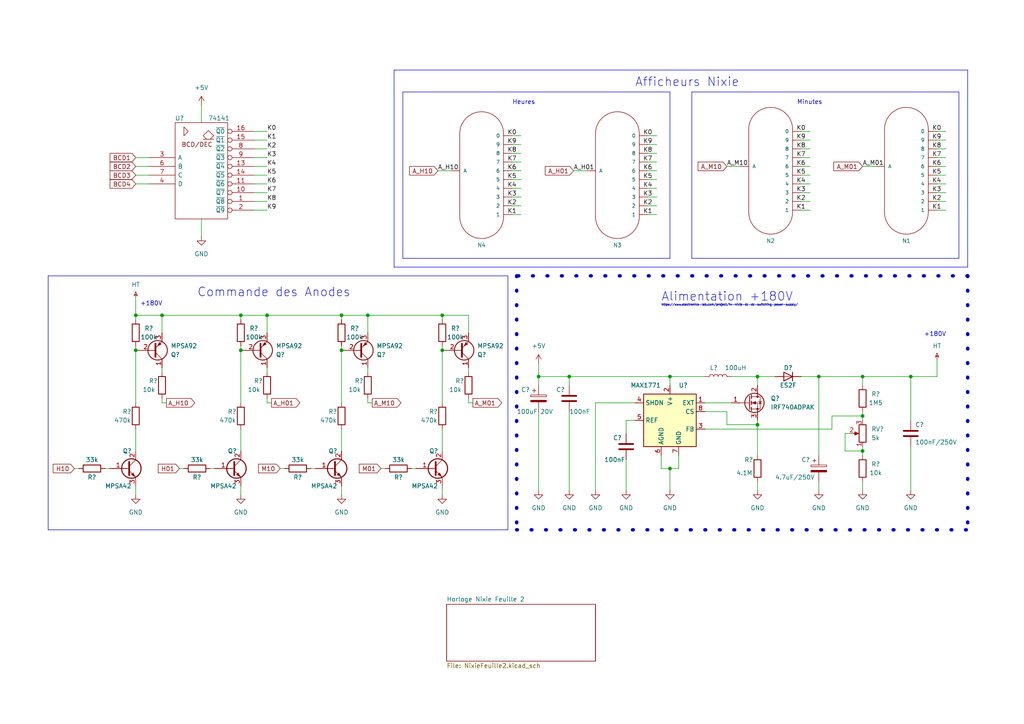
<source format=kicad_sch>
(kicad_sch (version 20230121) (generator eeschema)
  (paper "A4")
  (title_block (title "Horloge Nixie") (date "2023/07/01") (rev "0.1") (company "Laurent Claude"))
  (lib_symbols
    (symbol "74xx_IEEE:74141" (pin_names (offset 0.762))
      (property "Reference" "U" (at 0 0 0))
      (property "Value" "74141" (at 7.62 -15.24 0))
      (symbol "74141_0_0"
        (polyline (pts (xy 3.556 9.144) (xy 3.048 9.144) (xy 3.048 9.144)))
        (polyline (pts (xy -5.08 12.7) (xy -5.08 10.16) (xy -3.81 11.43) (xy -5.08 12.7) (xy -5.08 12.7)))
        (polyline (pts (xy 2.54 9.144) (xy 3.556 10.16) (xy 2.032 11.684) (xy 0.508 10.16) (xy 1.524 9.144) (xy 0.508 9.144) (xy 3.556 9.144)))
        (text "BCD/DEC" (at -1.27 7.62 0) (effects (font (size 1.27 1.27))))
        (pin power_in line (at 0 -13.97 90) (length 0) hide (name "GND") (number "12"))
        (pin power_in line (at 0 13.97 270) (length 0) hide (name "VCC") (number "5"))
      )
      (symbol "74141_0_1"
        (rectangle (start -7.62 13.97) (end 7.62 -13.97))
      )
      (symbol "74141_1_1"
        (pin open_collector inverted (at 15.24 -8.89 180) (length 7.62) (name "~{Q8}") (number "1"))
        (pin open_collector inverted (at 15.24 -6.35 180) (length 7.62) (name "~{Q7}") (number "10"))
        (pin open_collector inverted (at 15.24 -3.81 180) (length 7.62) (name "~{Q6}") (number "11"))
        (pin open_collector inverted (at 15.24 1.27 180) (length 7.62) (name "~{Q4}") (number "13"))
        (pin open_collector inverted (at 15.24 -1.27 180) (length 7.62) (name "~{Q5}") (number "14"))
        (pin open_collector inverted (at 15.24 8.89 180) (length 7.62) (name "~{Q1}") (number "15"))
        (pin open_collector inverted (at 15.24 11.43 180) (length 7.62) (name "~{Q0}") (number "16"))
        (pin open_collector inverted (at 15.24 -11.43 180) (length 7.62) (name "~{Q9}") (number "2"))
        (pin input line (at -15.24 3.81 0) (length 7.62) (name "A") (number "3"))
        (pin input line (at -15.24 -3.81 0) (length 7.62) (name "D") (number "4"))
        (pin input line (at -15.24 1.27 0) (length 7.62) (name "B") (number "6"))
        (pin input line (at -15.24 -1.27 0) (length 7.62) (name "C") (number "7"))
        (pin open_collector inverted (at 15.24 6.35 180) (length 7.62) (name "~{Q2}") (number "8"))
        (pin open_collector inverted (at 15.24 3.81 180) (length 7.62) (name "~{Q3}") (number "9"))
      )
    )
    (symbol "Device:C" (pin_numbers hide) (pin_names (offset 0.254))
      (property "Reference" "C" (at 0.635 2.54 0))
      (property "Value" "C" (at 0.635 -2.54 0))
      (symbol "C_0_1"
        (polyline (pts (xy -2.032 -0.762) (xy 2.032 -0.762)) (stroke (width 0.508)))
        (polyline (pts (xy -2.032 0.762) (xy 2.032 0.762)) (stroke (width 0.508)))
      )
      (symbol "C_1_1"
        (pin passive line (at 0 3.81 270) (length 2.794) (name "~") (number "1"))
        (pin passive line (at 0 -3.81 90) (length 2.794) (name "~") (number "2"))
      )
    )
    (symbol "Device:C_Polarized" (pin_numbers hide) (pin_names (offset 0.254))
      (property "Reference" "C" (at 0.635 2.54 0))
      (property "Value" "C_Polarized" (at 0.635 -2.54 0))
      (symbol "C_Polarized_0_1"
        (rectangle (start -2.286 0.508) (end 2.286 1.016))
        (polyline (pts (xy -1.778 2.286) (xy -0.762 2.286)))
        (polyline (pts (xy -1.27 2.794) (xy -1.27 1.778)))
        (rectangle (start 2.286 -0.508) (end -2.286 -1.016) (fill (type outline)))
      )
      (symbol "C_Polarized_1_1"
        (pin passive line (at 0 3.81 270) (length 2.794) (name "~") (number "1"))
        (pin passive line (at 0 -3.81 90) (length 2.794) (name "~") (number "2"))
      )
    )
    (symbol "Device:D" (pin_numbers hide) (pin_names (offset 1.016) hide)
      (property "Reference" "D" (at 0 2.54 0))
      (property "Value" "D" (at 0 -2.54 0))
      (symbol "D_0_1"
        (polyline (pts (xy -1.27 1.27) (xy -1.27 -1.27)) (stroke (width 0.254)))
        (polyline (pts (xy 1.27 0) (xy -1.27 0)))
        (polyline (pts (xy 1.27 1.27) (xy 1.27 -1.27) (xy -1.27 0) (xy 1.27 1.27)) (stroke (width 0.254)))
      )
      (symbol "D_1_1"
        (pin passive line (at -3.81 0 0) (length 2.54) (name "K") (number "1"))
        (pin passive line (at 3.81 0 180) (length 2.54) (name "A") (number "2"))
      )
    )
    (symbol "Device:L" (pin_numbers hide) (pin_names (offset 1.016) hide)
      (property "Reference" "L" (at -1.27 0 90))
      (property "Value" "L" (at 1.905 0 90))
      (symbol "L_0_1"
        (arc (start 0 -2.54) (mid 0.6323 -1.905) (end 0 -1.27))
        (arc (start 0 -1.27) (mid 0.6323 -0.635) (end 0 0))
        (arc (start 0 0) (mid 0.6323 0.635) (end 0 1.27))
        (arc (start 0 1.27) (mid 0.6323 1.905) (end 0 2.54))
      )
      (symbol "L_1_1"
        (pin passive line (at 0 3.81 270) (length 1.27) (name "1") (number "1"))
        (pin passive line (at 0 -3.81 90) (length 1.27) (name "2") (number "2"))
      )
    )
    (symbol "Device:R" (pin_numbers hide) (pin_names (offset 0))
      (property "Reference" "R" (at 2.032 0 90))
      (property "Value" "R" (at 0 0 90))
      (symbol "R_0_1"
        (rectangle (start -1.016 -2.54) (end 1.016 2.54) (stroke (width 0.254)))
      )
      (symbol "R_1_1"
        (pin passive line (at 0 3.81 270) (length 1.27) (name "~") (number "1"))
        (pin passive line (at 0 -3.81 90) (length 1.27) (name "~") (number "2"))
      )
    )
    (symbol "Device:R_Potentiometer" (pin_names (offset 1.016) hide)
      (property "Reference" "RV" (at -4.445 0 90))
      (property "Value" "R_Potentiometer" (at -2.54 0 90))
      (symbol "R_Potentiometer_0_1"
        (polyline (pts (xy 2.54 0) (xy 1.524 0)))
        (polyline (pts (xy 1.143 0) (xy 2.286 0.508) (xy 2.286 -0.508) (xy 1.143 0)) (fill (type outline)))
        (rectangle (start 1.016 2.54) (end -1.016 -2.54) (stroke (width 0.254)))
      )
      (symbol "R_Potentiometer_1_1"
        (pin passive line (at 0 3.81 270) (length 1.27) (name "1") (number "1"))
        (pin passive line (at 3.81 0 180) (length 1.27) (name "2") (number "2"))
        (pin passive line (at 0 -3.81 90) (length 1.27) (name "3") (number "3"))
      )
    )
    (symbol "Nixie:IN-1" (pin_numbers hide) (pin_names (offset 1.016))
      (property "Reference" "N" (at -5.715 20.955 0))
      (symbol "IN-1_1_0"
        (polyline (pts (xy -7.62 -10.795) (xy -7.62 13.335)))
        (polyline (pts (xy 5.08 -10.795) (xy 5.08 13.335)))
      )
      (symbol "IN-1_1_1"
        (arc (start -7.62 -10.795) (mid -1.27 -17.1174) (end 5.08 -10.795))
        (arc (start 5.08 13.335) (mid -1.27 19.6574) (end -7.62 13.335))
        (pin bidirectional line (at -10.16 -10.16 0) (length 2.54) (name "0") (number "0"))
        (pin bidirectional line (at -10.16 12.7 0) (length 2.54) (name "1") (number "1"))
        (pin bidirectional line (at -10.16 10.16 0) (length 2.54) (name "2") (number "2"))
        (pin bidirectional line (at -10.16 7.62 0) (length 2.54) (name "3") (number "3"))
        (pin bidirectional line (at -10.16 5.08 0) (length 2.54) (name "4") (number "4"))
        (pin bidirectional line (at -10.16 2.54 0) (length 2.54) (name "5") (number "5"))
        (pin bidirectional line (at -10.16 0 0) (length 2.54) (name "6") (number "6"))
        (pin bidirectional line (at -10.16 -2.54 0) (length 2.54) (name "7") (number "7"))
        (pin bidirectional line (at -10.16 -5.08 0) (length 2.54) (name "8") (number "8"))
        (pin bidirectional line (at -10.16 -7.62 0) (length 2.54) (name "9") (number "9"))
        (pin bidirectional line (at 7.62 0 180) (length 2.54) (name "A") (number "A"))
      )
    )
    (symbol "Regulator_Switching:MAX1771xSA"
      (property "Reference" "U" (at -3.81 10.16 0))
      (property "Value" "MAX1771xSA" (at 6.35 10.16 0))
      (symbol "MAX1771xSA_0_1"
        (rectangle (start -7.62 7.62) (end 7.62 -7.62) (stroke (width 0.254)) (fill (type background)))
      )
      (symbol "MAX1771xSA_1_1"
        (pin output line (at 10.16 5.08 180) (length 2.54) (name "EXT") (number "1"))
        (pin power_in line (at 0 10.16 270) (length 2.54) (name "V+") (number "2"))
        (pin input line (at 10.16 -2.54 180) (length 2.54) (name "FB") (number "3"))
        (pin input line (at -10.16 5.08 0) (length 2.54) (name "SHDN") (number "4"))
        (pin passive line (at -10.16 0 0) (length 2.54) (name "REF") (number "5"))
        (pin power_in line (at -2.54 -10.16 90) (length 2.54) (name "AGND") (number "6"))
        (pin power_in line (at 2.54 -10.16 90) (length 2.54) (name "GND") (number "7"))
        (pin input line (at 10.16 2.54 180) (length 2.54) (name "CS") (number "8"))
      )
    )
    (symbol "Transistor_BJT:BC557" (pin_names (offset 0) hide)
      (property "Reference" "Q" (at 5.08 1.905 0))
      (property "Value" "BC557" (at 5.08 0 0))
      (symbol "BC557_0_1"
        (polyline (pts (xy 0.635 0.635) (xy 2.54 2.54)))
        (polyline (pts (xy 0.635 -0.635) (xy 2.54 -2.54) (xy 2.54 -2.54)))
        (polyline (pts (xy 0.635 1.905) (xy 0.635 -1.905) (xy 0.635 -1.905)) (stroke (width 0.508)))
        (polyline (pts (xy 2.286 -1.778) (xy 1.778 -2.286) (xy 1.27 -1.27) (xy 2.286 -1.778) (xy 2.286 -1.778)) (fill (type outline)))
        (circle (center 1.27 0) (radius 2.8194) (stroke (width 0.254)))
      )
      (symbol "BC557_1_1"
        (pin passive line (at 2.54 5.08 270) (length 2.54) (name "C") (number "1"))
        (pin input line (at -5.08 0 0) (length 5.715) (name "B") (number "2"))
        (pin passive line (at 2.54 -5.08 90) (length 2.54) (name "E") (number "3"))
      )
    )
    (symbol "Transistor_BJT:MJE13007G" (pin_names (offset 0) hide)
      (property "Reference" "Q" (at 6.35 1.905 0))
      (property "Value" "MJE13007G" (at 6.35 0 0))
      (symbol "MJE13007G_0_1"
        (polyline (pts (xy 0 0) (xy 0.635 0)))
        (polyline (pts (xy 2.54 2.54) (xy 0.635 0.635)))
        (polyline (pts (xy 0.635 1.905) (xy 0.635 -1.905) (xy 0.635 -1.905)) (stroke (width 0.508)))
        (polyline (pts (xy 2.286 -2.286) (xy 1.778 -1.778) (xy 1.778 -1.778)))
        (polyline (pts (xy 2.54 -2.54) (xy 0.635 -0.635) (xy 1.27 -1.27)) (fill (type outline)))
        (polyline (pts (xy 1.27 -1.778) (xy 1.778 -1.27) (xy 2.286 -2.286) (xy 1.27 -1.778) (xy 1.27 -1.778)) (fill (type outline)))
        (circle (center 1.27 0) (radius 2.8194) (stroke (width 0.3048)))
      )
      (symbol "MJE13007G_1_1"
        (pin input line (at -5.08 0 0) (length 5.08) (name "B") (number "1"))
        (pin passive line (at 2.54 5.08 270) (length 2.54) (name "C") (number "2"))
        (pin passive line (at 2.54 -5.08 90) (length 2.54) (name "E") (number "3"))
      )
    )
    (symbol "Transistor_FET:IRF740" (pin_names hide)
      (property "Reference" "Q" (at 6.35 1.905 0))
      (property "Value" "IRF740" (at 6.35 0 0))
      (symbol "IRF740_0_1"
        (polyline (pts (xy 0.254 0) (xy -2.54 0)))
        (polyline (pts (xy 0.254 1.905) (xy 0.254 -1.905)) (stroke (width 0.254)))
        (polyline (pts (xy 0.762 -1.27) (xy 0.762 -2.286)) (stroke (width 0.254)))
        (polyline (pts (xy 0.762 0.508) (xy 0.762 -0.508)) (stroke (width 0.254)))
        (polyline (pts (xy 0.762 2.286) (xy 0.762 1.27)) (stroke (width 0.254)))
        (polyline (pts (xy 2.54 2.54) (xy 2.54 1.778)))
        (polyline (pts (xy 2.54 -2.54) (xy 2.54 0) (xy 0.762 0)))
        (polyline (pts (xy 0.762 -1.778) (xy 3.302 -1.778) (xy 3.302 1.778) (xy 0.762 1.778)))
        (polyline (pts (xy 1.016 0) (xy 2.032 0.381) (xy 2.032 -0.381) (xy 1.016 0)) (fill (type outline)))
        (polyline (pts (xy 2.794 0.508) (xy 2.921 0.381) (xy 3.683 0.381) (xy 3.81 0.254)))
        (polyline (pts (xy 3.302 0.381) (xy 2.921 -0.254) (xy 3.683 -0.254) (xy 3.302 0.381)))
        (circle (center 1.651 0) (radius 2.794) (stroke (width 0.254)))
        (circle (center 2.54 -1.778) (radius 0.254) (fill (type outline)))
        (circle (center 2.54 1.778) (radius 0.254) (fill (type outline)))
      )
      (symbol "IRF740_1_1"
        (pin input line (at -5.08 0 0) (length 2.54) (name "G") (number "1"))
        (pin passive line (at 2.54 5.08 270) (length 2.54) (name "D") (number "2"))
        (pin passive line (at 2.54 -5.08 90) (length 2.54) (name "S") (number "3"))
      )
    )
    (symbol "power:+5V" (power) (pin_names (offset 0))
      (property "Value" "+5V" (at 0 3.556 0))
      (symbol "+5V_0_1"
        (polyline (pts (xy -0.762 1.27) (xy 0 2.54)))
        (polyline (pts (xy 0 0) (xy 0 2.54)))
        (polyline (pts (xy 0 2.54) (xy 0.762 1.27)))
      )
      (symbol "+5V_1_1"
        (pin power_in line (at 0 0 90) (length 0) hide (name "+5V") (number "1"))
      )
    )
    (symbol "power:GND" (power) (pin_names (offset 0))
      (property "Value" "GND" (at 0 -3.81 0))
      (symbol "GND_0_1"
        (polyline (pts (xy 0 0) (xy 0 -1.27) (xy 1.27 -1.27) (xy 0 -2.54) (xy -1.27 -1.27) (xy 0 -1.27)))
      )
      (symbol "GND_1_1"
        (pin power_in line (at 0 0 270) (length 0) hide (name "GND") (number "1"))
      )
    )
    (symbol "power:HT" (power) (pin_names (offset 0))
      (property "Value" "HT" (at 0 2.286 0))
      (symbol "HT_0_0"
        (pin power_in line (at 0 0 90) (length 0) hide (name "HT") (number "1"))
      )
      (symbol "HT_0_1"
        (polyline (pts (xy 0 0) (xy 0 1.016) (xy 0 1.016)))
        (polyline (pts (xy 0 1.016) (xy 0.508 0.508) (xy 0 1.778) (xy -0.508 0.508) (xy 0 1.016) (xy 0 1.016)))
      )
    )
  )
  (junction (at 77.47 91.44))
  (junction (at 250.19 120.65))
  (junction (at 264.16 109.22))
  (junction (at 156.21 109.22))
  (junction (at 106.68 91.44))
  (junction (at 69.85 101.6))
  (junction (at 39.37 101.6))
  (junction (at 39.37 91.44))
  (junction (at 237.49 109.22))
  (junction (at 219.71 123.19))
  (junction (at 99.06 101.6))
  (junction (at 99.06 91.44))
  (junction (at 194.31 135.89))
  (junction (at 46.99 91.44))
  (junction (at 250.19 109.22))
  (junction (at 250.19 130.81))
  (junction (at 128.27 91.44))
  (junction (at 69.85 91.44))
  (junction (at 165.1 109.22))
  (junction (at 219.71 109.22))
  (junction (at 128.27 101.6))
  (junction (at 194.31 109.22))
  (wire (pts (xy 190.5 39.37) (xy 187.96 39.37)))
  (wire (pts (xy 219.71 139.7) (xy 219.71 142.24)))
  (wire (pts (xy 77.47 43.18) (xy 73.66 43.18)))
  (wire (pts (xy 151.13 59.69) (xy 148.59 59.69)))
  (wire (pts (xy 204.47 124.46) (xy 241.3 124.46)))
  (wire (pts (xy 69.85 140.97) (xy 69.85 143.51)))
  (wire (pts (xy 106.68 116.84) (xy 107.95 116.84)))
  (wire (pts (xy 274.32 38.1) (xy 271.78 38.1)))
  (wire (pts (xy 106.68 91.44) (xy 106.68 96.52)))
  (wire (pts (xy 250.19 119.38) (xy 250.19 120.65)))
  (wire (pts (xy 151.13 44.45) (xy 148.59 44.45)))
  (wire (pts (xy 69.85 100.33) (xy 69.85 101.6)))
  (wire (pts (xy 190.5 57.15) (xy 187.96 57.15)))
  (wire (pts (xy 99.06 100.33) (xy 99.06 101.6)))
  (wire (pts (xy 219.71 109.22) (xy 224.79 109.22)))
  (wire (pts (xy 234.95 40.64) (xy 232.41 40.64)))
  (wire (pts (xy 39.37 100.33) (xy 39.37 101.6)))
  (wire (pts (xy 77.47 48.26) (xy 73.66 48.26)))
  (wire (pts (xy 135.89 91.44) (xy 128.27 91.44)))
  (wire (pts (xy 210.82 123.19) (xy 219.71 123.19)))
  (wire (pts (xy 77.47 96.52) (xy 77.47 91.44)))
  (wire (pts (xy 190.5 52.07) (xy 187.96 52.07)))
  (wire (pts (xy 245.11 125.73) (xy 245.11 130.81)))
  (wire (pts (xy 271.78 109.22) (xy 264.16 109.22)))
  (wire (pts (xy 237.49 109.22) (xy 250.19 109.22)))
  (polyline (pts (xy 114.3 20.32) (xy 280.67 20.32)))
  (wire (pts (xy 181.61 133.35) (xy 181.61 142.24)))
  (wire (pts (xy 151.13 39.37) (xy 148.59 39.37)))
  (wire (pts (xy 151.13 52.07) (xy 148.59 52.07)))
  (wire (pts (xy 99.06 140.97) (xy 99.06 143.51)))
  (wire (pts (xy 219.71 109.22) (xy 219.71 111.76)))
  (wire (pts (xy 166.37 49.53) (xy 170.18 49.53)))
  (wire (pts (xy 156.21 119.38) (xy 156.21 142.24)))
  (polyline (pts (xy 194.31 74.93) (xy 194.31 26.67)))
  (wire (pts (xy 128.27 140.97) (xy 128.27 143.51)))
  (polyline (pts (xy 278.13 74.93) (xy 278.13 26.67)))
  (wire (pts (xy 165.1 119.38) (xy 165.1 142.24)))
  (wire (pts (xy 77.47 115.57) (xy 77.47 116.84)))
  (wire (pts (xy 232.41 109.22) (xy 237.49 109.22)))
  (wire (pts (xy 77.47 91.44) (xy 69.85 91.44)))
  (wire (pts (xy 190.5 49.53) (xy 187.96 49.53)))
  (wire (pts (xy 156.21 109.22) (xy 165.1 109.22)))
  (wire (pts (xy 181.61 125.73) (xy 181.61 121.92)))
  (wire (pts (xy 190.5 46.99) (xy 187.96 46.99)))
  (wire (pts (xy 110.49 135.89) (xy 111.76 135.89)))
  (wire (pts (xy 30.48 135.89) (xy 31.75 135.89)))
  (wire (pts (xy 271.78 104.14) (xy 271.78 109.22)))
  (wire (pts (xy 190.5 41.91) (xy 187.96 41.91)))
  (wire (pts (xy 210.82 48.26) (xy 214.63 48.26)))
  (polyline (pts (xy 194.31 26.67) (xy 116.84 26.67)))
  (polyline (pts (xy 149.86 80.01) (xy 149.86 153.67)) (stroke (width 1) (type dot)))
  (wire (pts (xy 46.99 96.52) (xy 46.99 91.44)))
  (wire (pts (xy 196.85 132.08) (xy 196.85 135.89)))
  (wire (pts (xy 135.89 116.84) (xy 137.16 116.84)))
  (wire (pts (xy 46.99 91.44) (xy 69.85 91.44)))
  (wire (pts (xy 21.59 135.89) (xy 22.86 135.89)))
  (wire (pts (xy 274.32 55.88) (xy 271.78 55.88)))
  (wire (pts (xy 77.47 106.68) (xy 77.47 107.95)))
  (wire (pts (xy 264.16 109.22) (xy 250.19 109.22)))
  (polyline (pts (xy 200.66 74.93) (xy 278.13 74.93)))
  (wire (pts (xy 237.49 109.22) (xy 237.49 132.08)))
  (wire (pts (xy 77.47 53.34) (xy 73.66 53.34)))
  (polyline (pts (xy 114.3 77.47) (xy 280.67 77.47)))
  (polyline (pts (xy 147.32 80.01) (xy 13.97 80.01)))
  (wire (pts (xy 151.13 46.99) (xy 148.59 46.99)))
  (wire (pts (xy 77.47 116.84) (xy 78.74 116.84)))
  (wire (pts (xy 77.47 40.64) (xy 73.66 40.64)))
  (wire (pts (xy 264.16 129.54) (xy 264.16 142.24)))
  (wire (pts (xy 210.82 119.38) (xy 210.82 123.19)))
  (wire (pts (xy 58.42 30.48) (xy 58.42 35.56)))
  (wire (pts (xy 77.47 91.44) (xy 99.06 91.44)))
  (wire (pts (xy 151.13 62.23) (xy 148.59 62.23)))
  (polyline (pts (xy 200.66 26.67) (xy 200.66 74.93)))
  (wire (pts (xy 77.47 38.1) (xy 73.66 38.1)))
  (polyline (pts (xy 280.67 80.01) (xy 149.86 80.01)) (stroke (width 1) (type dot)))
  (wire (pts (xy 172.72 116.84) (xy 184.15 116.84)))
  (wire (pts (xy 90.17 135.89) (xy 91.44 135.89)))
  (wire (pts (xy 69.85 101.6) (xy 69.85 116.84)))
  (wire (pts (xy 77.47 58.42) (xy 73.66 58.42)))
  (wire (pts (xy 46.99 91.44) (xy 39.37 91.44)))
  (wire (pts (xy 99.06 124.46) (xy 99.06 130.81)))
  (wire (pts (xy 165.1 109.22) (xy 194.31 109.22)))
  (wire (pts (xy 237.49 139.7) (xy 237.49 142.24)))
  (wire (pts (xy 77.47 50.8) (xy 73.66 50.8)))
  (wire (pts (xy 81.28 135.89) (xy 82.55 135.89)))
  (wire (pts (xy 234.95 58.42) (xy 232.41 58.42)))
  (wire (pts (xy 234.95 45.72) (xy 232.41 45.72)))
  (wire (pts (xy 234.95 43.18) (xy 232.41 43.18)))
  (polyline (pts (xy 116.84 74.93) (xy 194.31 74.93)))
  (wire (pts (xy 39.37 48.26) (xy 43.18 48.26)))
  (wire (pts (xy 190.5 44.45) (xy 187.96 44.45)))
  (wire (pts (xy 246.38 125.73) (xy 245.11 125.73)))
  (wire (pts (xy 181.61 121.92) (xy 184.15 121.92)))
  (wire (pts (xy 190.5 62.23) (xy 187.96 62.23)))
  (wire (pts (xy 191.77 135.89) (xy 194.31 135.89)))
  (wire (pts (xy 274.32 58.42) (xy 271.78 58.42)))
  (wire (pts (xy 234.95 48.26) (xy 232.41 48.26)))
  (wire (pts (xy 274.32 50.8) (xy 271.78 50.8)))
  (polyline (pts (xy 13.97 80.01) (xy 13.97 153.67)))
  (wire (pts (xy 156.21 109.22) (xy 156.21 111.76)))
  (wire (pts (xy 46.99 115.57) (xy 46.99 116.84)))
  (wire (pts (xy 39.37 45.72) (xy 43.18 45.72)))
  (wire (pts (xy 106.68 91.44) (xy 128.27 91.44)))
  (wire (pts (xy 128.27 100.33) (xy 128.27 101.6)))
  (wire (pts (xy 39.37 101.6) (xy 39.37 116.84)))
  (wire (pts (xy 234.95 55.88) (xy 232.41 55.88)))
  (wire (pts (xy 274.32 40.64) (xy 271.78 40.64)))
  (wire (pts (xy 135.89 96.52) (xy 135.89 91.44)))
  (polyline (pts (xy 149.86 153.67) (xy 280.67 153.67)) (stroke (width 1) (type dot)))
  (polyline (pts (xy 147.32 153.67) (xy 147.32 80.01)))
  (wire (pts (xy 77.47 45.72) (xy 73.66 45.72)))
  (wire (pts (xy 106.68 115.57) (xy 106.68 116.84)))
  (wire (pts (xy 250.19 130.81) (xy 250.19 132.08)))
  (wire (pts (xy 77.47 55.88) (xy 73.66 55.88)))
  (wire (pts (xy 46.99 106.68) (xy 46.99 107.95)))
  (wire (pts (xy 245.11 130.81) (xy 250.19 130.81)))
  (wire (pts (xy 128.27 91.44) (xy 128.27 92.71)))
  (wire (pts (xy 190.5 54.61) (xy 187.96 54.61)))
  (polyline (pts (xy 280.67 80.01) (xy 280.67 153.67)) (stroke (width 1) (type dot)))
  (wire (pts (xy 39.37 124.46) (xy 39.37 130.81)))
  (wire (pts (xy 212.09 109.22) (xy 219.71 109.22)))
  (wire (pts (xy 274.32 43.18) (xy 271.78 43.18)))
  (wire (pts (xy 151.13 49.53) (xy 148.59 49.53)))
  (wire (pts (xy 99.06 101.6) (xy 99.06 116.84)))
  (wire (pts (xy 99.06 91.44) (xy 106.68 91.44)))
  (wire (pts (xy 191.77 132.08) (xy 191.77 135.89)))
  (polyline (pts (xy 114.3 20.32) (xy 114.3 77.47)))
  (wire (pts (xy 58.42 63.5) (xy 58.42 68.58)))
  (wire (pts (xy 274.32 48.26) (xy 271.78 48.26)))
  (wire (pts (xy 60.96 135.89) (xy 62.23 135.89)))
  (polyline (pts (xy 13.97 153.67) (xy 147.32 153.67)))
  (wire (pts (xy 194.31 109.22) (xy 204.47 109.22)))
  (wire (pts (xy 39.37 53.34) (xy 43.18 53.34)))
  (wire (pts (xy 241.3 120.65) (xy 250.19 120.65)))
  (wire (pts (xy 165.1 109.22) (xy 165.1 111.76)))
  (wire (pts (xy 274.32 60.96) (xy 271.78 60.96)))
  (wire (pts (xy 39.37 140.97) (xy 39.37 143.51)))
  (wire (pts (xy 128.27 101.6) (xy 128.27 116.84)))
  (wire (pts (xy 99.06 91.44) (xy 99.06 92.71)))
  (wire (pts (xy 234.95 53.34) (xy 232.41 53.34)))
  (wire (pts (xy 219.71 123.19) (xy 219.71 121.92)))
  (wire (pts (xy 274.32 45.72) (xy 271.78 45.72)))
  (wire (pts (xy 250.19 48.26) (xy 254 48.26)))
  (wire (pts (xy 204.47 119.38) (xy 210.82 119.38)))
  (wire (pts (xy 190.5 59.69) (xy 187.96 59.69)))
  (wire (pts (xy 151.13 54.61) (xy 148.59 54.61)))
  (wire (pts (xy 151.13 57.15) (xy 148.59 57.15)))
  (wire (pts (xy 151.13 41.91) (xy 148.59 41.91)))
  (wire (pts (xy 106.68 106.68) (xy 106.68 107.95)))
  (wire (pts (xy 127 49.53) (xy 130.81 49.53)))
  (wire (pts (xy 135.89 115.57) (xy 135.89 116.84)))
  (wire (pts (xy 52.07 135.89) (xy 53.34 135.89)))
  (wire (pts (xy 39.37 50.8) (xy 43.18 50.8)))
  (wire (pts (xy 156.21 105.41) (xy 156.21 109.22)))
  (wire (pts (xy 234.95 60.96) (xy 232.41 60.96)))
  (wire (pts (xy 250.19 111.76) (xy 250.19 109.22)))
  (wire (pts (xy 46.99 116.84) (xy 48.26 116.84)))
  (wire (pts (xy 196.85 135.89) (xy 194.31 135.89)))
  (wire (pts (xy 128.27 124.46) (xy 128.27 130.81)))
  (wire (pts (xy 135.89 106.68) (xy 135.89 107.95)))
  (wire (pts (xy 250.19 120.65) (xy 250.19 121.92)))
  (wire (pts (xy 119.38 135.89) (xy 120.65 135.89)))
  (wire (pts (xy 241.3 124.46) (xy 241.3 120.65)))
  (wire (pts (xy 77.47 60.96) (xy 73.66 60.96)))
  (polyline (pts (xy 278.13 26.67) (xy 200.66 26.67)))
  (wire (pts (xy 39.37 91.44) (xy 39.37 92.71)))
  (wire (pts (xy 172.72 142.24) (xy 172.72 116.84)))
  (wire (pts (xy 250.19 139.7) (xy 250.19 142.24)))
  (wire (pts (xy 234.95 38.1) (xy 232.41 38.1)))
  (wire (pts (xy 69.85 124.46) (xy 69.85 130.81)))
  (wire (pts (xy 250.19 129.54) (xy 250.19 130.81)))
  (wire (pts (xy 204.47 116.84) (xy 212.09 116.84)))
  (wire (pts (xy 234.95 50.8) (xy 232.41 50.8)))
  (polyline (pts (xy 116.84 26.67) (xy 116.84 74.93)))
  (wire (pts (xy 39.37 86.36) (xy 39.37 91.44)))
  (wire (pts (xy 219.71 123.19) (xy 219.71 132.08)))
  (wire (pts (xy 194.31 109.22) (xy 194.31 111.76)))
  (wire (pts (xy 69.85 91.44) (xy 69.85 92.71)))
  (wire (pts (xy 264.16 121.92) (xy 264.16 109.22)))
  (wire (pts (xy 274.32 53.34) (xy 271.78 53.34)))
  (polyline (pts (xy 280.67 77.47) (xy 280.67 20.32)))
  (wire (pts (xy 194.31 135.89) (xy 194.31 142.24)))
  (text "+180V" (at 40.64 88.9 0) (effects (font (size 1.27 1.27)) (justify left bottom)))
  (text "Alimentation +180V" (at 191.77 87.63 0) (effects (font (size 2.54 2.54)) (justify left bottom)))
  (text "Afficheurs Nixie" (at 184.15 25.4 0) (effects (font (size 2.54 2.54)) (justify left bottom)))
  (text "+180V" (at 267.97 97.79 0) (effects (font (size 1.27 1.27)) (justify left bottom)))
  (text "Heures" (at 148.59 30.48 0) (effects (font (size 1.27 1.27)) (justify left bottom)))
  (text "Commande des Anodes" (at 57.15 86.36 0) (effects (font (size 2.54 2.54)) (justify left bottom)))
  (text "Minutes" (at 231.14 30.48 0) (effects (font (size 1.27 1.27)) (justify left bottom)))
  (text "https://www.electronics-lab.com/project/hv-nixie-dc-dc-switching-power-supply/" (at 191.77 88.9 0) (effects (font (size 0.6 0.6)) (justify left bottom)))
  (label "A_M10" (at 210.82 48.26 0))
  (label "K7" (at 149.86 46.99 180))
  (label "K1" (at 273.05 60.96 180))
  (label "K2" (at 273.05 58.42 180))
  (label "K5" (at 189.23 52.07 180))
  (label "K6" (at 273.05 48.26 180))
  (label "K3" (at 77.47 45.72 0))
  (label "A_H01" (at 166.37 49.53 0))
  (label "K4" (at 273.05 53.34 180))
  (label "K6" (at 189.23 49.53 180))
  (label "K5" (at 273.05 50.8 180))
  (label "K9" (at 233.68 40.64 180))
  (label "K9" (at 273.05 40.64 180))
  (label "K9" (at 189.23 41.91 180))
  (label "A_M01" (at 250.19 48.26 0))
  (label "K0" (at 273.05 38.1 180))
  (label "K4" (at 77.47 48.26 0))
  (label "K5" (at 77.47 50.8 0))
  (label "K7" (at 233.68 45.72 180))
  (label "K3" (at 189.23 57.15 180))
  (label "K5" (at 149.86 52.07 180))
  (label "K2" (at 233.68 58.42 180))
  (label "K5" (at 233.68 50.8 180))
  (label "K8" (at 273.05 43.18 180))
  (label "K6" (at 233.68 48.26 180))
  (label "K0" (at 77.47 38.1 0))
  (label "K1" (at 233.68 60.96 180))
  (label "K1" (at 77.47 40.64 0))
  (label "K1" (at 149.86 62.23 180))
  (label "K4" (at 149.86 54.61 180))
  (label "K6" (at 149.86 49.53 180))
  (label "K0" (at 233.68 38.1 180))
  (label "K8" (at 77.47 58.42 0))
  (label "K9" (at 149.86 41.91 180))
  (label "K0" (at 189.23 39.37 180))
  (label "K9" (at 77.47 60.96 0))
  (label "A_H10" (at 127 49.53 0))
  (label "K2" (at 77.47 43.18 0))
  (label "K2" (at 189.23 59.69 180))
  (label "K3" (at 273.05 55.88 180))
  (label "K4" (at 233.68 53.34 180))
  (label "K8" (at 189.23 44.45 180))
  (label "K2" (at 149.86 59.69 180))
  (label "K6" (at 77.47 53.34 0))
  (label "K7" (at 273.05 45.72 180))
  (label "K3" (at 149.86 57.15 180))
  (label "K0" (at 149.86 39.37 180))
  (label "K8" (at 233.68 43.18 180))
  (label "K7" (at 189.23 46.99 180))
  (label "K3" (at 233.68 55.88 180))
  (label "K1" (at 189.23 62.23 180))
  (label "K7" (at 77.47 55.88 0))
  (label "K8" (at 149.86 44.45 180))
  (label "K4" (at 189.23 54.61 180))
  (global_label "M01" (shape input) (at 110.49 135.89 180) (property "Intersheetrefs" "${INTERSHEET_REFS}" (effects hide)) (property "Références Inter-Feuilles" "${INTERSHEET_REFS}" (effects hide)))
  (global_label "A_H10" (shape output) (at 48.26 116.84 0) (property "Intersheetrefs" "${INTERSHEET_REFS}" (effects hide)) (property "Références Inter-Feuilles" "${INTERSHEET_REFS}" (effects hide)))
  (global_label "A_M01" (shape output) (at 137.16 116.84 0) (property "Intersheetrefs" "${INTERSHEET_REFS}" (effects hide)) (property "Références Inter-Feuilles" "${INTERSHEET_REFS}" (effects hide)))
  (global_label "H01" (shape input) (at 52.07 135.89 180) (property "Intersheetrefs" "${INTERSHEET_REFS}" (effects hide)) (property "Références Inter-Feuilles" "${INTERSHEET_REFS}" (effects hide)))
  (global_label "A_H01" (shape input) (at 166.37 49.53 180) (property "Intersheetrefs" "${INTERSHEET_REFS}" (effects hide)) (property "Références Inter-Feuilles" "${INTERSHEET_REFS}" (effects hide)))
  (global_label "A_H01" (shape output) (at 78.74 116.84 0) (property "Intersheetrefs" "${INTERSHEET_REFS}" (effects hide)) (property "Références Inter-Feuilles" "${INTERSHEET_REFS}" (effects hide)))
  (global_label "BCD2" (shape input) (at 39.37 48.26 180) (property "Intersheetrefs" "${INTERSHEET_REFS}" (effects hide)) (property "Références Inter-Feuilles" "${INTERSHEET_REFS}" (effects hide)))
  (global_label "BCD1" (shape input) (at 39.37 45.72 180) (property "Intersheetrefs" "${INTERSHEET_REFS}" (effects hide)) (property "Références Inter-Feuilles" "${INTERSHEET_REFS}" (effects hide)))
  (global_label "A_M10" (shape output) (at 107.95 116.84 0) (property "Intersheetrefs" "${INTERSHEET_REFS}" (effects hide)) (property "Références Inter-Feuilles" "${INTERSHEET_REFS}" (effects hide)))
  (global_label "H10" (shape input) (at 21.59 135.89 180) (property "Intersheetrefs" "${INTERSHEET_REFS}" (effects hide)) (property "Références Inter-Feuilles" "${INTERSHEET_REFS}" (effects hide)))
  (global_label "A_H10" (shape input) (at 127 49.53 180) (property "Intersheetrefs" "${INTERSHEET_REFS}" (effects hide)) (property "Références Inter-Feuilles" "${INTERSHEET_REFS}" (effects hide)))
  (global_label "BCD4" (shape input) (at 39.37 53.34 180) (property "Intersheetrefs" "${INTERSHEET_REFS}" (effects hide)) (property "Références Inter-Feuilles" "${INTERSHEET_REFS}" (effects hide)))
  (global_label "BCD3" (shape input) (at 39.37 50.8 180) (property "Intersheetrefs" "${INTERSHEET_REFS}" (effects hide)) (property "Références Inter-Feuilles" "${INTERSHEET_REFS}" (effects hide)))
  (global_label "A_M01" (shape input) (at 250.19 48.26 180) (property "Intersheetrefs" "${INTERSHEET_REFS}" (effects hide)) (property "Références Inter-Feuilles" "${INTERSHEET_REFS}" (effects hide)))
  (global_label "M10" (shape input) (at 81.28 135.89 180) (property "Intersheetrefs" "${INTERSHEET_REFS}" (effects hide)) (property "Références Inter-Feuilles" "${INTERSHEET_REFS}" (effects hide)))
  (global_label "A_M10" (shape input) (at 210.82 48.26 180) (property "Intersheetrefs" "${INTERSHEET_REFS}" (effects hide)) (property "Références Inter-Feuilles" "${INTERSHEET_REFS}" (effects hide)))
  (symbol (lib_id "Nixie:IN-1") (at 222.25 48.26 180) (unit 1)
    (property "Reference" "N2" (at 223.52 69.85 0) (effects (font (size 1.143 1.143))))
    (property "Value" "IN-1" (effects hide))
    (property "Footprint" "nixies-us_IN-1" (effects hide))
  )
  (symbol (lib_id "Nixie:IN-1") (at 177.8 49.53 180) (unit 1)
    (property "Reference" "N3" (at 179.07 71.12 0) (effects (font (size 1.143 1.143))))
    (property "Value" "IN-1" (effects hide))
    (property "Footprint" "nixies-us_IN-1" (effects hide))
  )
  (symbol (lib_id "Transistor_FET:IRF740") (at 217.17 116.84 0) (unit 1)
    (property "Reference" "Q?" (at 223.52 115.5699 0) (effects (justify left)))
    (property "Value" "IRF740ADPAK" (at 223.52 118.1099 0) (effects (justify left)))
    (property "Footprint" "Package_TO_SOT_THT:TO-220-3_Vertical" (effects hide))
    (property "Datasheet" "http://www.vishay.com/docs/91054/91054.pdf" (effects hide))
  )
  (symbol (lib_id "Transistor_BJT:BC557") (at 104.14 101.6 0) (mirror x) (unit 1)
    (property "Reference" "Q?" (at 109.22 102.87 0) (effects (justify left)))
    (property "Value" "MPSA92" (at 109.22 100.33 0) (effects (justify left)))
    (property "Footprint" "Package_TO_SOT_THT:TO-92_Inline" (effects hide))
    (property "Datasheet" "https://www.onsemi.com/pub/Collateral/BC556BTA-D.pdf" (effects hide))
  )
  (symbol (lib_id "Device:R") (at 26.67 135.89 90) (unit 1)
    (property "Reference" "R?" (at 26.67 138.43 90))
    (property "Value" "33k" (at 26.67 133.35 90))
  )
  (symbol (lib_id "power:GND") (at 172.72 142.24 0) (unit 1)
    (property "Reference" "#PWR?" (effects hide))
    (property "Value" "GND" (at 172.72 147.32 0))
  )
  (symbol (lib_id "power:GND") (at 39.37 143.51 0) (unit 1)
    (property "Reference" "#PWR?" (effects hide))
    (property "Value" "GND" (at 39.37 148.59 0))
  )
  (symbol (lib_id "Device:R") (at 57.15 135.89 90) (unit 1)
    (property "Reference" "R?" (at 57.15 138.43 90))
    (property "Value" "33k" (at 57.15 133.35 90))
  )
  (symbol (lib_id "Device:R") (at 99.06 120.65 180) (unit 1)
    (property "Reference" "R?" (at 96.52 119.38 0))
    (property "Value" "470k" (at 95.25 121.92 0))
  )
  (symbol (lib_id "power:GND") (at 128.27 143.51 0) (unit 1)
    (property "Reference" "#PWR?" (effects hide))
    (property "Value" "GND" (at 128.27 148.59 0))
  )
  (symbol (lib_id "Regulator_Switching:MAX1771xSA") (at 194.31 121.92 0) (unit 1)
    (property "Reference" "U?" (at 196.85 111.76 0) (effects (justify left)))
    (property "Value" "MAX1771" (at 182.88 111.76 0) (effects (justify left)))
    (property "Footprint" "Package_SO:SO-8_3.9x4.9mm_P1.27mm" (effects hide))
    (property "Datasheet" "https://datasheets.maximintegrated.com/en/ds/MAX1771.pdf" (effects hide))
  )
  (symbol (lib_id "Device:R") (at 99.06 96.52 180) (unit 1)
    (property "Reference" "R?" (at 102.87 95.25 0))
    (property "Value" "100k" (at 102.87 97.79 0))
  )
  (symbol (lib_id "Device:R") (at 86.36 135.89 90) (unit 1)
    (property "Reference" "R?" (at 86.36 138.43 90))
    (property "Value" "33k" (at 86.36 133.35 90))
  )
  (symbol (lib_id "Device:R") (at 46.99 111.76 180) (unit 1)
    (property "Reference" "R?" (at 44.45 110.49 0))
    (property "Value" "10k" (at 43.18 113.03 0))
  )
  (symbol (lib_id "Nixie:IN-1") (at 261.62 48.26 180) (unit 1)
    (property "Reference" "N1" (at 262.89 69.85 0) (effects (font (size 1.143 1.143))))
    (property "Value" "IN-1" (effects hide))
    (property "Footprint" "nixies-us_IN-1" (effects hide))
  )
  (symbol (lib_id "Transistor_BJT:MJE13007G") (at 36.83 135.89 0) (unit 1)
    (property "Reference" "Q?" (at 35.56 130.81 0) (effects (justify left)))
    (property "Value" "MPSA42" (at 30.48 140.97 0) (effects (justify left)))
    (property "Footprint" "Package_TO_SOT_THT:TO-220-3_Vertical" (effects hide))
    (property "Datasheet" "http://www.onsemi.com/pub_link/Collateral/MJE13007-D.PDF" (effects hide))
  )
  (symbol (lib_id "power:GND") (at 219.71 142.24 0) (unit 1)
    (property "Reference" "#PWR?" (effects hide))
    (property "Value" "GND" (at 219.71 147.32 0))
  )
  (symbol (lib_id "Device:D") (at 228.6 109.22 180) (unit 1)
    (property "Reference" "D?" (at 228.6 106.68 0))
    (property "Value" "ES2F" (at 228.6 111.76 0))
  )
  (symbol (lib_id "Device:R_Potentiometer") (at 250.19 125.73 180) (unit 1)
    (property "Reference" "RV?" (at 252.73 124.4599 0) (effects (justify right)))
    (property "Value" "5k" (at 252.73 126.9999 0) (effects (justify right)))
  )
  (symbol (lib_id "Device:R") (at 39.37 120.65 180) (unit 1)
    (property "Reference" "R?" (at 36.83 119.38 0))
    (property "Value" "470k" (at 35.56 121.92 0))
  )
  (symbol (lib_id "power:GND") (at 181.61 142.24 0) (unit 1)
    (property "Reference" "#PWR?" (effects hide))
    (property "Value" "GND" (at 181.61 147.32 0))
  )
  (symbol (lib_id "Device:R") (at 106.68 111.76 180) (unit 1)
    (property "Reference" "R?" (at 104.14 110.49 0))
    (property "Value" "10k" (at 102.87 113.03 0))
  )
  (symbol (lib_id "power:GND") (at 165.1 142.24 0) (unit 1)
    (property "Reference" "#PWR?" (effects hide))
    (property "Value" "GND" (at 165.1 147.32 0))
  )
  (symbol (lib_id "Device:C") (at 181.61 129.54 0) (unit 1)
    (property "Reference" "C?" (at 177.8 127 0) (effects (justify left)))
    (property "Value" "100nF" (at 175.26 133.35 0) (effects (justify left)))
  )
  (symbol (lib_id "Device:R") (at 250.19 115.57 180) (unit 1)
    (property "Reference" "R?" (at 254 114.3 0))
    (property "Value" "1M5" (at 254 116.84 0))
  )
  (symbol (lib_id "power:GND") (at 264.16 142.24 0) (unit 1)
    (property "Reference" "#PWR?" (effects hide))
    (property "Value" "GND" (at 264.16 147.32 0))
  )
  (symbol (lib_id "Nixie:IN-1") (at 138.43 49.53 180) (unit 1)
    (property "Reference" "N4" (at 139.7 71.12 0) (effects (font (size 1.143 1.143))))
    (property "Value" "IN-1" (effects hide))
    (property "Footprint" "nixies-us_IN-1" (effects hide))
  )
  (symbol (lib_id "Transistor_BJT:MJE13007G") (at 125.73 135.89 0) (unit 1)
    (property "Reference" "Q?" (at 124.46 130.81 0) (effects (justify left)))
    (property "Value" "MPSA42" (at 119.38 140.97 0) (effects (justify left)))
    (property "Footprint" "Package_TO_SOT_THT:TO-220-3_Vertical" (effects hide))
    (property "Datasheet" "http://www.onsemi.com/pub_link/Collateral/MJE13007-D.PDF" (effects hide))
  )
  (symbol (lib_id "Device:R") (at 115.57 135.89 90) (unit 1)
    (property "Reference" "R?" (at 115.57 138.43 90))
    (property "Value" "33k" (at 115.57 133.35 90))
  )
  (symbol (lib_id "power:+5V") (at 58.42 30.48 0) (unit 1)
    (property "Reference" "#PWR?" (effects hide))
    (property "Value" "+5V" (at 58.42 25.4 0))
  )
  (symbol (lib_id "Transistor_BJT:BC557") (at 74.93 101.6 0) (mirror x) (unit 1)
    (property "Reference" "Q?" (at 80.01 102.87 0) (effects (justify left)))
    (property "Value" "MPSA92" (at 80.01 100.33 0) (effects (justify left)))
    (property "Footprint" "Package_TO_SOT_THT:TO-92_Inline" (effects hide))
    (property "Datasheet" "https://www.onsemi.com/pub/Collateral/BC556BTA-D.pdf" (effects hide))
  )
  (symbol (lib_id "Device:C_Polarized") (at 237.49 135.89 0) (unit 1)
    (property "Reference" "C?" (at 232.41 133.35 0) (effects (justify left)))
    (property "Value" "4.7uF/250V" (at 224.79 138.43 0) (effects (justify left)))
  )
  (symbol (lib_id "Device:R") (at 69.85 96.52 180) (unit 1)
    (property "Reference" "R?" (at 73.66 95.25 0))
    (property "Value" "100k" (at 73.66 97.79 0))
  )
  (symbol (lib_id "power:HT") (at 39.37 86.36 0) (unit 1)
    (property "Reference" "#PWR?" (effects hide))
    (property "Value" "HT" (at 39.37 82.55 0))
  )
  (symbol (lib_id "74xx_IEEE:74141") (at 58.42 49.53 0) (unit 1)
    (property "Reference" "U?" (at 52.07 34.29 0))
    (property "Value" "74141" (at 63.5 34.29 0))
  )
  (symbol (lib_id "Transistor_BJT:BC557") (at 133.35 101.6 0) (mirror x) (unit 1)
    (property "Reference" "Q?" (at 138.43 102.87 0) (effects (justify left)))
    (property "Value" "MPSA92" (at 138.43 100.33 0) (effects (justify left)))
    (property "Footprint" "Package_TO_SOT_THT:TO-92_Inline" (effects hide))
    (property "Datasheet" "https://www.onsemi.com/pub/Collateral/BC556BTA-D.pdf" (effects hide))
  )
  (symbol (lib_id "Device:R") (at 128.27 96.52 180) (unit 1)
    (property "Reference" "R?" (at 132.08 95.25 0))
    (property "Value" "100k" (at 132.08 97.79 0))
  )
  (symbol (lib_id "Device:C") (at 165.1 115.57 0) (unit 1)
    (property "Reference" "C?" (at 161.29 113.03 0) (effects (justify left)))
    (property "Value" "100nF" (at 165.1 119.38 0) (effects (justify left)))
  )
  (symbol (lib_id "Device:R") (at 128.27 120.65 180) (unit 1)
    (property "Reference" "R?" (at 125.73 119.38 0))
    (property "Value" "470k" (at 124.46 121.92 0))
  )
  (symbol (lib_id "power:GND") (at 69.85 143.51 0) (unit 1)
    (property "Reference" "#PWR?" (effects hide))
    (property "Value" "GND" (at 69.85 148.59 0))
  )
  (symbol (lib_id "power:GND") (at 58.42 68.58 0) (unit 1)
    (property "Reference" "#PWR?" (effects hide))
    (property "Value" "GND" (at 58.42 73.66 0))
  )
  (symbol (lib_id "Device:R") (at 250.19 135.89 180) (unit 1)
    (property "Reference" "R?" (at 254 134.62 0))
    (property "Value" "10k" (at 254 137.16 0))
  )
  (symbol (lib_id "power:GND") (at 250.19 142.24 0) (unit 1)
    (property "Reference" "#PWR?" (effects hide))
    (property "Value" "GND" (at 250.19 147.32 0))
  )
  (symbol (lib_id "Device:R") (at 77.47 111.76 180) (unit 1)
    (property "Reference" "R?" (at 74.93 110.49 0))
    (property "Value" "10k" (at 73.66 113.03 0))
  )
  (symbol (lib_id "Transistor_BJT:BC557") (at 44.45 101.6 0) (mirror x) (unit 1)
    (property "Reference" "Q?" (at 49.53 102.87 0) (effects (justify left)))
    (property "Value" "MPSA92" (at 49.53 100.33 0) (effects (justify left)))
    (property "Footprint" "Package_TO_SOT_THT:TO-92_Inline" (effects hide))
    (property "Datasheet" "https://www.onsemi.com/pub/Collateral/BC556BTA-D.pdf" (effects hide))
  )
  (symbol (lib_id "Transistor_BJT:MJE13007G") (at 67.31 135.89 0) (unit 1)
    (property "Reference" "Q?" (at 66.04 130.81 0) (effects (justify left)))
    (property "Value" "MPSA42" (at 60.96 140.97 0) (effects (justify left)))
    (property "Footprint" "Package_TO_SOT_THT:TO-220-3_Vertical" (effects hide))
    (property "Datasheet" "http://www.onsemi.com/pub_link/Collateral/MJE13007-D.PDF" (effects hide))
  )
  (symbol (lib_id "Device:R") (at 135.89 111.76 180) (unit 1)
    (property "Reference" "R?" (at 133.35 110.49 0))
    (property "Value" "10k" (at 132.08 113.03 0))
  )
  (symbol (lib_id "power:+5V") (at 156.21 105.41 0) (unit 1)
    (property "Reference" "#PWR?" (effects hide))
    (property "Value" "+5V" (at 156.21 100.33 0))
  )
  (symbol (lib_id "power:GND") (at 156.21 142.24 0) (unit 1)
    (property "Reference" "#PWR?" (effects hide))
    (property "Value" "GND" (at 156.21 147.32 0))
  )
  (symbol (lib_id "Device:R") (at 219.71 135.89 180) (unit 1)
    (property "Reference" "R?" (at 217.17 133.35 0))
    (property "Value" "4.1M" (at 215.9 137.16 0))
  )
  (symbol (lib_id "Device:C") (at 264.16 125.73 0) (unit 1)
    (property "Reference" "C?" (at 265.43 123.19 0) (effects (justify left)))
    (property "Value" "100nF/250V" (at 265.43 128.27 0) (effects (justify left)))
  )
  (symbol (lib_id "power:HT") (at 271.78 104.14 0) (unit 1)
    (property "Reference" "#PWR?" (effects hide))
    (property "Value" "HT" (at 271.78 100.33 0))
  )
  (symbol (lib_id "power:GND") (at 194.31 142.24 0) (unit 1)
    (property "Reference" "#PWR?" (effects hide))
    (property "Value" "GND" (at 194.31 147.32 0))
  )
  (symbol (lib_id "Device:R") (at 69.85 120.65 180) (unit 1)
    (property "Reference" "R?" (at 67.31 119.38 0))
    (property "Value" "470k" (at 66.04 121.92 0))
  )
  (symbol (lib_id "Device:R") (at 39.37 96.52 180) (unit 1)
    (property "Reference" "R?" (at 43.18 95.25 0))
    (property "Value" "100k" (at 43.18 97.79 0))
  )
  (symbol (lib_id "power:GND") (at 237.49 142.24 0) (unit 1)
    (property "Reference" "#PWR?" (effects hide))
    (property "Value" "GND" (at 237.49 147.32 0))
  )
  (symbol (lib_id "Device:L") (at 208.28 109.22 90) (unit 1)
    (property "Reference" "L?" (at 207.01 106.68 90))
    (property "Value" "100uH" (at 213.36 106.68 90))
  )
  (symbol (lib_id "Transistor_BJT:MJE13007G") (at 96.52 135.89 0) (unit 1)
    (property "Reference" "Q?" (at 95.25 130.81 0) (effects (justify left)))
    (property "Value" "MPSA42" (at 90.17 140.97 0) (effects (justify left)))
    (property "Footprint" "Package_TO_SOT_THT:TO-220-3_Vertical" (effects hide))
    (property "Datasheet" "http://www.onsemi.com/pub_link/Collateral/MJE13007-D.PDF" (effects hide))
  )
  (symbol (lib_id "power:GND") (at 99.06 143.51 0) (unit 1)
    (property "Reference" "#PWR?" (effects hide))
    (property "Value" "GND" (at 99.06 148.59 0))
  )
  (symbol (lib_id "Device:C_Polarized") (at 156.21 115.57 0) (unit 1)
    (property "Reference" "C?" (at 151.13 113.03 0) (effects (justify left)))
    (property "Value" "100uF 20V" (at 149.86 119.38 0) (effects (justify left)))
  )
  (sheet (at 129.54 175.26) (size 43.18 16.51) (stroke (width 0.1524))
    (property "Sheetname" "Horloge Nixie Feuille 2" (at 129.54 174.5484 0) (effects (justify left bottom)))
    (property "Sheetfile" "NixieFeuille2.kicad_sch" (at 129.54 192.3546 0) (effects (justify left top)))
  )
)
</source>
